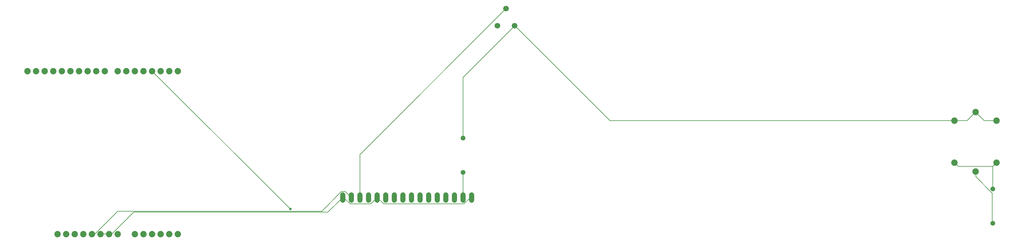
<source format=gbr>
G04 EAGLE Gerber RS-274X export*
G75*
%MOMM*%
%FSLAX34Y34*%
%LPD*%
%INTop Copper*%
%IPPOS*%
%AMOC8*
5,1,8,0,0,1.08239X$1,22.5*%
G01*
G04 Define Apertures*
%ADD10C,1.430000*%
%ADD11C,1.879600*%
%ADD12C,1.524000*%
%ADD13C,1.676400*%
%ADD14C,1.905000*%
%ADD15C,0.152400*%
%ADD16C,0.756400*%
D10*
X1575753Y441198D03*
X1575753Y542798D03*
D11*
X428050Y258408D03*
X453450Y258408D03*
X478850Y258408D03*
X504250Y258408D03*
X529650Y258408D03*
X555050Y258408D03*
X605850Y258408D03*
X631250Y258408D03*
X656650Y258408D03*
X682050Y258408D03*
X707450Y258408D03*
X732850Y258408D03*
X732850Y741008D03*
X707450Y741008D03*
X682050Y741008D03*
X656650Y741008D03*
X631250Y741008D03*
X605850Y741008D03*
X580450Y741008D03*
X555050Y741008D03*
X516950Y741008D03*
X491550Y741008D03*
X466150Y741008D03*
X440750Y741008D03*
X415350Y741008D03*
X389950Y741008D03*
X364550Y741008D03*
X339150Y741008D03*
X313750Y741008D03*
X288350Y741008D03*
X402650Y258408D03*
X377250Y258408D03*
D12*
X1220153Y358648D02*
X1220153Y373888D01*
X1245553Y373888D02*
X1245553Y358648D01*
X1270953Y358648D02*
X1270953Y373888D01*
X1296353Y373888D02*
X1296353Y358648D01*
X1321753Y358648D02*
X1321753Y373888D01*
X1347153Y373888D02*
X1347153Y358648D01*
X1372553Y358648D02*
X1372553Y373888D01*
X1397953Y373888D02*
X1397953Y358648D01*
X1423353Y358648D02*
X1423353Y373888D01*
X1448753Y373888D02*
X1448753Y358648D01*
X1474153Y358648D02*
X1474153Y373888D01*
X1499553Y373888D02*
X1499553Y358648D01*
X1524953Y358648D02*
X1524953Y373888D01*
X1550353Y373888D02*
X1550353Y358648D01*
X1575753Y358648D02*
X1575753Y373888D01*
X1601153Y373888D02*
X1601153Y358648D01*
D13*
X1677437Y875440D03*
X1702837Y926240D03*
X1728237Y875440D03*
D14*
X3153292Y593873D03*
X3091062Y619527D03*
X3028832Y593873D03*
X3028832Y469413D03*
X3091062Y443759D03*
X3153292Y469413D03*
D10*
X3141862Y290343D03*
X3141862Y391943D03*
D15*
X1575816Y367284D02*
X1575816Y440436D01*
X1575753Y441198D01*
X1575816Y367284D02*
X1575753Y366268D01*
X3029712Y594360D02*
X3066288Y594360D01*
X3090672Y618744D01*
X3029712Y594360D02*
X3028832Y593873D01*
X3090672Y618744D02*
X3091062Y619527D01*
X3116580Y594360D02*
X3153156Y594360D01*
X3116580Y594360D02*
X3092196Y618744D01*
X3153156Y594360D02*
X3153292Y593873D01*
X3092196Y618744D02*
X3091062Y619527D01*
X1575816Y544068D02*
X1575816Y722376D01*
X1728216Y874776D01*
X1575816Y544068D02*
X1575753Y542798D01*
X1728216Y874776D02*
X1728237Y875440D01*
X487680Y259080D02*
X480060Y259080D01*
X487680Y259080D02*
X554736Y326136D01*
X1158240Y326136D01*
X1216152Y384048D01*
X1228344Y384048D01*
X1245108Y367284D01*
X480060Y259080D02*
X478850Y258408D01*
X1245108Y367284D02*
X1245553Y366268D01*
X2010156Y594360D02*
X3028188Y594360D01*
X2010156Y594360D02*
X1729740Y874776D01*
X3028188Y594360D02*
X3028832Y593873D01*
X1729740Y874776D02*
X1728237Y875440D01*
X528828Y259080D02*
X504444Y259080D01*
X504250Y258408D01*
X528828Y259080D02*
X529650Y258408D01*
X3140964Y291084D02*
X3140964Y379476D01*
X3092196Y428244D01*
X3092196Y443484D01*
X3140964Y291084D02*
X3141862Y290343D01*
X3092196Y443484D02*
X3091062Y443759D01*
X1223772Y365760D02*
X1220724Y365760D01*
X1223772Y365760D02*
X1242060Y347472D01*
X1303020Y347472D01*
X1321308Y365760D01*
X1220724Y365760D02*
X1220153Y366268D01*
X1321308Y365760D02*
X1321753Y366268D01*
X1597152Y365760D02*
X1600200Y365760D01*
X1597152Y365760D02*
X1578864Y347472D01*
X1341120Y347472D01*
X1322832Y365760D01*
X1600200Y365760D02*
X1601153Y366268D01*
X1322832Y365760D02*
X1321753Y366268D01*
X537972Y259080D02*
X530352Y259080D01*
X537972Y259080D02*
X601980Y323088D01*
X1176528Y323088D01*
X1219200Y365760D01*
X530352Y259080D02*
X529650Y258408D01*
X1219200Y365760D02*
X1220153Y366268D01*
X3142488Y393192D02*
X3142488Y458724D01*
X3153156Y469392D01*
X3142488Y393192D02*
X3141862Y391943D01*
X3153156Y469392D02*
X3153292Y469413D01*
X3142488Y458724D02*
X3040380Y458724D01*
X3029712Y469392D01*
X3028832Y469413D01*
X1065276Y332232D02*
X656844Y740664D01*
X656650Y741008D01*
D16*
X1065276Y332232D03*
D15*
X1271016Y367284D02*
X1271016Y493776D01*
X1702308Y925068D01*
X1271016Y367284D02*
X1270953Y366268D01*
X1702308Y925068D02*
X1702837Y926240D01*
M02*

</source>
